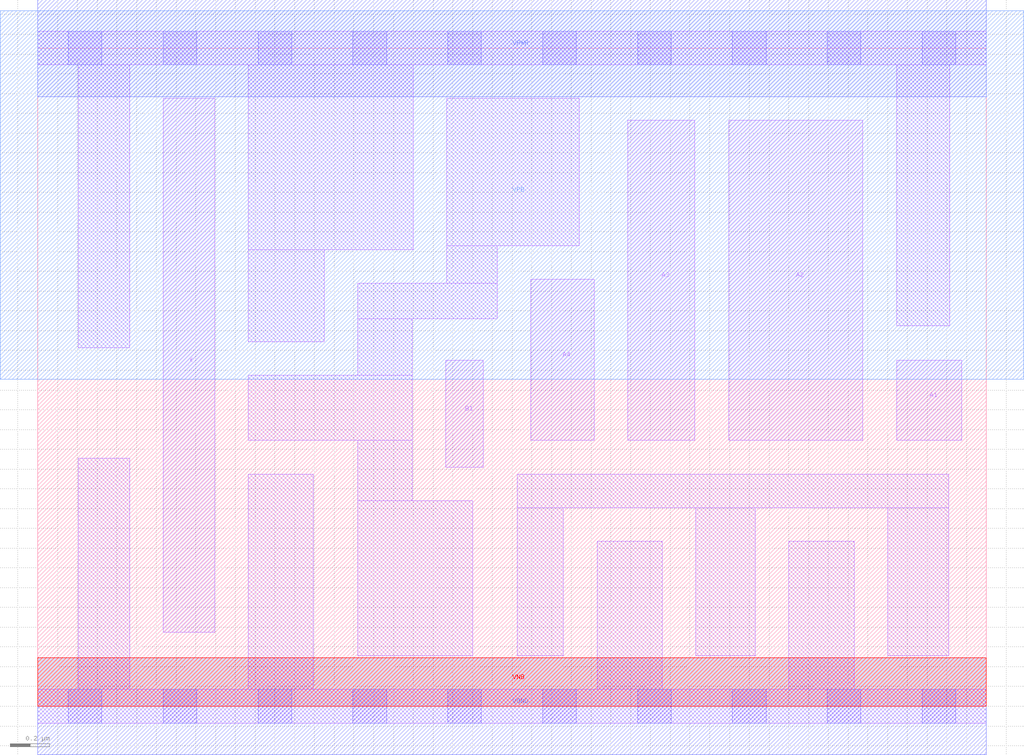
<source format=lef>
# Copyright 2020 The SkyWater PDK Authors
#
# Licensed under the Apache License, Version 2.0 (the "License");
# you may not use this file except in compliance with the License.
# You may obtain a copy of the License at
#
#     https://www.apache.org/licenses/LICENSE-2.0
#
# Unless required by applicable law or agreed to in writing, software
# distributed under the License is distributed on an "AS IS" BASIS,
# WITHOUT WARRANTIES OR CONDITIONS OF ANY KIND, either express or implied.
# See the License for the specific language governing permissions and
# limitations under the License.
#
# SPDX-License-Identifier: Apache-2.0

VERSION 5.7 ;
  NOWIREEXTENSIONATPIN ON ;
  DIVIDERCHAR "/" ;
  BUSBITCHARS "[]" ;
MACRO sky130_fd_sc_lp__o41a_2
  CLASS CORE ;
  FOREIGN sky130_fd_sc_lp__o41a_2 ;
  ORIGIN  0.000000  0.000000 ;
  SIZE  4.800000 BY  3.330000 ;
  SYMMETRY X Y R90 ;
  SITE unit ;
  PIN A1
    ANTENNAGATEAREA  0.315000 ;
    DIRECTION INPUT ;
    USE SIGNAL ;
    PORT
      LAYER li1 ;
        RECT 4.345000 1.345000 4.675000 1.750000 ;
    END
  END A1
  PIN A2
    ANTENNAGATEAREA  0.315000 ;
    DIRECTION INPUT ;
    USE SIGNAL ;
    PORT
      LAYER li1 ;
        RECT 3.495000 1.345000 4.175000 2.965000 ;
    END
  END A2
  PIN A3
    ANTENNAGATEAREA  0.315000 ;
    DIRECTION INPUT ;
    USE SIGNAL ;
    PORT
      LAYER li1 ;
        RECT 2.985000 1.345000 3.325000 2.965000 ;
    END
  END A3
  PIN A4
    ANTENNAGATEAREA  0.315000 ;
    DIRECTION INPUT ;
    USE SIGNAL ;
    PORT
      LAYER li1 ;
        RECT 2.495000 1.345000 2.815000 2.160000 ;
    END
  END A4
  PIN B1
    ANTENNAGATEAREA  0.315000 ;
    DIRECTION INPUT ;
    USE SIGNAL ;
    PORT
      LAYER li1 ;
        RECT 2.065000 1.210000 2.255000 1.750000 ;
    END
  END B1
  PIN X
    ANTENNADIFFAREA  0.588000 ;
    DIRECTION OUTPUT ;
    USE SIGNAL ;
    PORT
      LAYER li1 ;
        RECT 0.635000 0.375000 0.895000 3.075000 ;
    END
  END X
  PIN VGND
    DIRECTION INOUT ;
    USE GROUND ;
    PORT
      LAYER met1 ;
        RECT 0.000000 -0.245000 4.800000 0.245000 ;
    END
  END VGND
  PIN VNB
    DIRECTION INOUT ;
    USE GROUND ;
    PORT
      LAYER pwell ;
        RECT 0.000000 0.000000 4.800000 0.245000 ;
    END
  END VNB
  PIN VPB
    DIRECTION INOUT ;
    USE POWER ;
    PORT
      LAYER nwell ;
        RECT -0.190000 1.655000 4.990000 3.520000 ;
    END
  END VPB
  PIN VPWR
    DIRECTION INOUT ;
    USE POWER ;
    PORT
      LAYER met1 ;
        RECT 0.000000 3.085000 4.800000 3.575000 ;
    END
  END VPWR
  OBS
    LAYER li1 ;
      RECT 0.000000 -0.085000 4.800000 0.085000 ;
      RECT 0.000000  3.245000 4.800000 3.415000 ;
      RECT 0.205000  0.085000 0.465000 1.255000 ;
      RECT 0.205000  1.815000 0.465000 3.245000 ;
      RECT 1.065000  0.085000 1.395000 1.175000 ;
      RECT 1.065000  1.345000 1.895000 1.675000 ;
      RECT 1.065000  1.845000 1.450000 2.310000 ;
      RECT 1.065000  2.310000 1.900000 3.245000 ;
      RECT 1.620000  0.255000 2.200000 1.040000 ;
      RECT 1.620000  1.040000 1.895000 1.345000 ;
      RECT 1.620000  1.675000 1.895000 1.960000 ;
      RECT 1.620000  1.960000 2.325000 2.140000 ;
      RECT 2.070000  2.140000 2.325000 2.330000 ;
      RECT 2.070000  2.330000 2.740000 3.075000 ;
      RECT 2.425000  0.255000 2.660000 1.005000 ;
      RECT 2.425000  1.005000 4.610000 1.175000 ;
      RECT 2.830000  0.085000 3.160000 0.835000 ;
      RECT 3.330000  0.255000 3.630000 1.005000 ;
      RECT 3.800000  0.085000 4.130000 0.835000 ;
      RECT 4.300000  0.255000 4.610000 1.005000 ;
      RECT 4.345000  1.925000 4.615000 3.245000 ;
    LAYER mcon ;
      RECT 0.155000 -0.085000 0.325000 0.085000 ;
      RECT 0.155000  3.245000 0.325000 3.415000 ;
      RECT 0.635000 -0.085000 0.805000 0.085000 ;
      RECT 0.635000  3.245000 0.805000 3.415000 ;
      RECT 1.115000 -0.085000 1.285000 0.085000 ;
      RECT 1.115000  3.245000 1.285000 3.415000 ;
      RECT 1.595000 -0.085000 1.765000 0.085000 ;
      RECT 1.595000  3.245000 1.765000 3.415000 ;
      RECT 2.075000 -0.085000 2.245000 0.085000 ;
      RECT 2.075000  3.245000 2.245000 3.415000 ;
      RECT 2.555000 -0.085000 2.725000 0.085000 ;
      RECT 2.555000  3.245000 2.725000 3.415000 ;
      RECT 3.035000 -0.085000 3.205000 0.085000 ;
      RECT 3.035000  3.245000 3.205000 3.415000 ;
      RECT 3.515000 -0.085000 3.685000 0.085000 ;
      RECT 3.515000  3.245000 3.685000 3.415000 ;
      RECT 3.995000 -0.085000 4.165000 0.085000 ;
      RECT 3.995000  3.245000 4.165000 3.415000 ;
      RECT 4.475000 -0.085000 4.645000 0.085000 ;
      RECT 4.475000  3.245000 4.645000 3.415000 ;
  END
END sky130_fd_sc_lp__o41a_2
END LIBRARY

</source>
